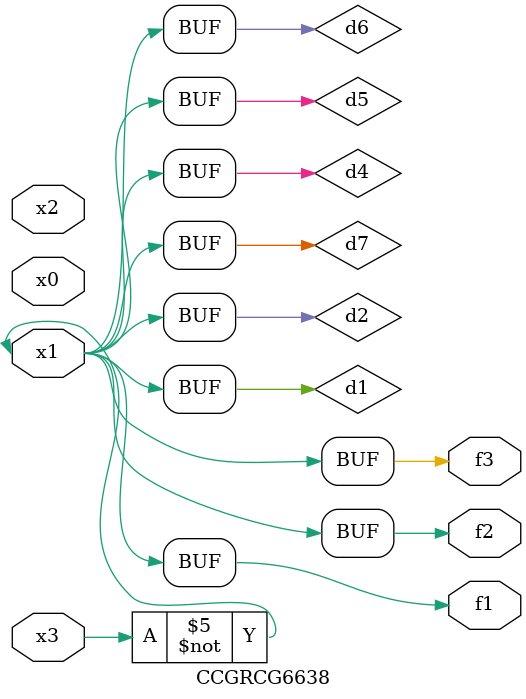
<source format=v>
module CCGRCG6638(
	input x0, x1, x2, x3,
	output f1, f2, f3
);

	wire d1, d2, d3, d4, d5, d6, d7;

	not (d1, x3);
	buf (d2, x1);
	xnor (d3, d1, d2);
	nor (d4, d1);
	buf (d5, d1, d2);
	buf (d6, d4, d5);
	nand (d7, d4);
	assign f1 = d6;
	assign f2 = d7;
	assign f3 = d6;
endmodule

</source>
